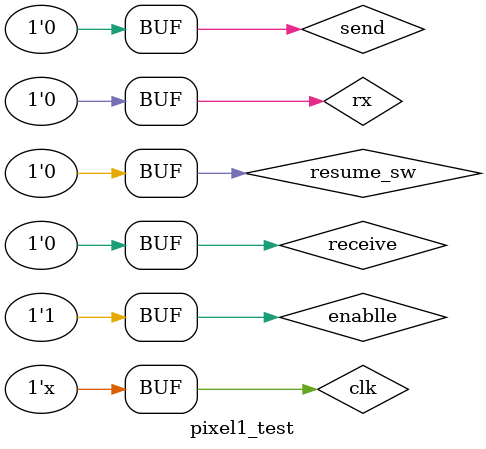
<source format=v>
`timescale 1ns / 1ps


module pixel1_test;

	// Inputs
	reg clk;
	reg resume_sw;
	reg enablle;
	reg send;
	reg receive;
	reg rx;

	// Outputs
	wire [15:0] toMEM;
	wire [15:0] add_M;
	wire enable_check;
	wire pause_LED;
	wire fetch_LED;
	wire tx;
	wire tx_LED;
	wire rx_LED;
	wire [15:0] testout;

	// Instantiate the Unit Under Test (UUT)
	top_processor uut (
		.toMEM(toMEM), 
		.add_M(add_M), 
		.clk(clk), 
		.resume_sw(resume_sw), 
		.enablle(enablle), 
		.enable_check(enable_check), 
		.pause_LED(pause_LED), 
		.fetch_LED(fetch_LED), 
		.send(send), 
		.receive(receive), 
		.rx(rx), 
		.tx(tx), 
		.tx_LED(tx_LED), 
		.rx_LED(rx_LED), 
		.testout(testout)
	);

	always
		#5 clk = !clk;

	initial begin
		// Initialize Inputs
		clk = 0;
		resume_sw = 0;
		enablle = 0;
		send = 0;
		receive = 0;
		rx = 0;

		// Wait 100 ns for global reset to finish
		#100;
        
		// Add stimulus here
		
		enablle = 1;

	end
      
endmodule


</source>
